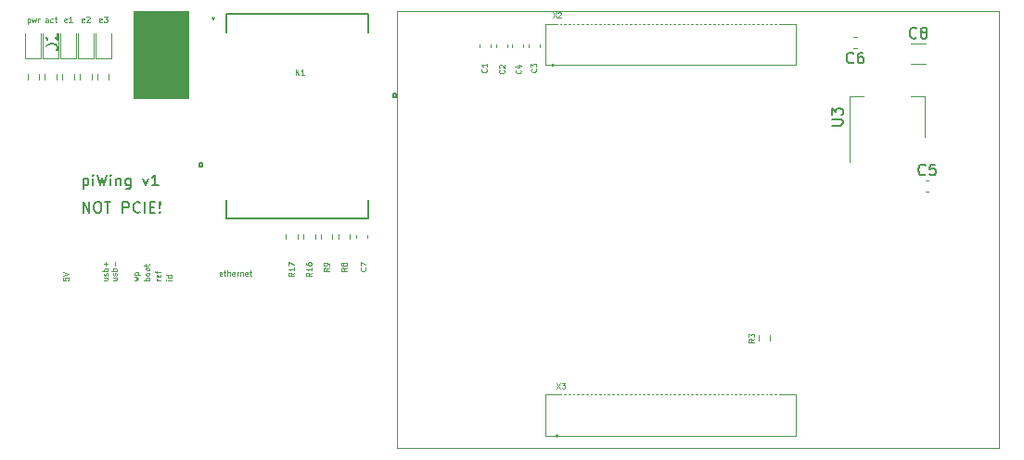
<source format=gto>
G04 #@! TF.GenerationSoftware,KiCad,Pcbnew,5.1.8*
G04 #@! TF.CreationDate,2021-01-05T10:04:31+01:00*
G04 #@! TF.ProjectId,pislice,7069736c-6963-4652-9e6b-696361645f70,rev?*
G04 #@! TF.SameCoordinates,Original*
G04 #@! TF.FileFunction,Legend,Top*
G04 #@! TF.FilePolarity,Positive*
%FSLAX46Y46*%
G04 Gerber Fmt 4.6, Leading zero omitted, Abs format (unit mm)*
G04 Created by KiCad (PCBNEW 5.1.8) date 2021-01-05 10:04:31*
%MOMM*%
%LPD*%
G01*
G04 APERTURE LIST*
%ADD10C,0.200000*%
%ADD11C,0.100000*%
%ADD12C,0.120000*%
%ADD13C,0.152400*%
%ADD14C,0.015000*%
%ADD15C,0.150000*%
%ADD16R,0.200000X0.700000*%
%ADD17R,1.500000X2.000000*%
%ADD18R,3.800000X2.000000*%
%ADD19C,3.000000*%
%ADD20R,0.700000X4.300000*%
%ADD21R,0.700000X3.200000*%
%ADD22C,6.100000*%
%ADD23R,1.981200X0.685800*%
G04 APERTURE END LIST*
D10*
X96368095Y-85285714D02*
X96368095Y-86285714D01*
X96368095Y-85333333D02*
X96463333Y-85285714D01*
X96653809Y-85285714D01*
X96749047Y-85333333D01*
X96796666Y-85380952D01*
X96844285Y-85476190D01*
X96844285Y-85761904D01*
X96796666Y-85857142D01*
X96749047Y-85904761D01*
X96653809Y-85952380D01*
X96463333Y-85952380D01*
X96368095Y-85904761D01*
X97272857Y-85952380D02*
X97272857Y-85285714D01*
X97272857Y-84952380D02*
X97225238Y-85000000D01*
X97272857Y-85047619D01*
X97320476Y-85000000D01*
X97272857Y-84952380D01*
X97272857Y-85047619D01*
X97653809Y-84952380D02*
X97891904Y-85952380D01*
X98082380Y-85238095D01*
X98272857Y-85952380D01*
X98510952Y-84952380D01*
X98891904Y-85952380D02*
X98891904Y-85285714D01*
X98891904Y-84952380D02*
X98844285Y-85000000D01*
X98891904Y-85047619D01*
X98939523Y-85000000D01*
X98891904Y-84952380D01*
X98891904Y-85047619D01*
X99368095Y-85285714D02*
X99368095Y-85952380D01*
X99368095Y-85380952D02*
X99415714Y-85333333D01*
X99510952Y-85285714D01*
X99653809Y-85285714D01*
X99749047Y-85333333D01*
X99796666Y-85428571D01*
X99796666Y-85952380D01*
X100701428Y-85285714D02*
X100701428Y-86095238D01*
X100653809Y-86190476D01*
X100606190Y-86238095D01*
X100510952Y-86285714D01*
X100368095Y-86285714D01*
X100272857Y-86238095D01*
X100701428Y-85904761D02*
X100606190Y-85952380D01*
X100415714Y-85952380D01*
X100320476Y-85904761D01*
X100272857Y-85857142D01*
X100225238Y-85761904D01*
X100225238Y-85476190D01*
X100272857Y-85380952D01*
X100320476Y-85333333D01*
X100415714Y-85285714D01*
X100606190Y-85285714D01*
X100701428Y-85333333D01*
X101844285Y-85285714D02*
X102082380Y-85952380D01*
X102320476Y-85285714D01*
X103225238Y-85952380D02*
X102653809Y-85952380D01*
X102939523Y-85952380D02*
X102939523Y-84952380D01*
X102844285Y-85095238D01*
X102749047Y-85190476D01*
X102653809Y-85238095D01*
D11*
X91276190Y-70667857D02*
X91276190Y-71167857D01*
X91276190Y-70691666D02*
X91323809Y-70667857D01*
X91419047Y-70667857D01*
X91466666Y-70691666D01*
X91490476Y-70715476D01*
X91514285Y-70763095D01*
X91514285Y-70905952D01*
X91490476Y-70953571D01*
X91466666Y-70977380D01*
X91419047Y-71001190D01*
X91323809Y-71001190D01*
X91276190Y-70977380D01*
X91680952Y-70667857D02*
X91776190Y-71001190D01*
X91871428Y-70763095D01*
X91966666Y-71001190D01*
X92061904Y-70667857D01*
X92252380Y-71001190D02*
X92252380Y-70667857D01*
X92252380Y-70763095D02*
X92276190Y-70715476D01*
X92300000Y-70691666D01*
X92347619Y-70667857D01*
X92395238Y-70667857D01*
X98057142Y-70977380D02*
X98009523Y-71001190D01*
X97914285Y-71001190D01*
X97866666Y-70977380D01*
X97842857Y-70929761D01*
X97842857Y-70739285D01*
X97866666Y-70691666D01*
X97914285Y-70667857D01*
X98009523Y-70667857D01*
X98057142Y-70691666D01*
X98080952Y-70739285D01*
X98080952Y-70786904D01*
X97842857Y-70834523D01*
X98247619Y-70501190D02*
X98557142Y-70501190D01*
X98390476Y-70691666D01*
X98461904Y-70691666D01*
X98509523Y-70715476D01*
X98533333Y-70739285D01*
X98557142Y-70786904D01*
X98557142Y-70905952D01*
X98533333Y-70953571D01*
X98509523Y-70977380D01*
X98461904Y-71001190D01*
X98319047Y-71001190D01*
X98271428Y-70977380D01*
X98247619Y-70953571D01*
X98292857Y-94401666D02*
X98626190Y-94401666D01*
X98292857Y-94615952D02*
X98554761Y-94615952D01*
X98602380Y-94592142D01*
X98626190Y-94544523D01*
X98626190Y-94473095D01*
X98602380Y-94425476D01*
X98578571Y-94401666D01*
X98602380Y-94187380D02*
X98626190Y-94139761D01*
X98626190Y-94044523D01*
X98602380Y-93996904D01*
X98554761Y-93973095D01*
X98530952Y-93973095D01*
X98483333Y-93996904D01*
X98459523Y-94044523D01*
X98459523Y-94115952D01*
X98435714Y-94163571D01*
X98388095Y-94187380D01*
X98364285Y-94187380D01*
X98316666Y-94163571D01*
X98292857Y-94115952D01*
X98292857Y-94044523D01*
X98316666Y-93996904D01*
X98626190Y-93758809D02*
X98126190Y-93758809D01*
X98316666Y-93758809D02*
X98292857Y-93711190D01*
X98292857Y-93615952D01*
X98316666Y-93568333D01*
X98340476Y-93544523D01*
X98388095Y-93520714D01*
X98530952Y-93520714D01*
X98578571Y-93544523D01*
X98602380Y-93568333D01*
X98626190Y-93615952D01*
X98626190Y-93711190D01*
X98602380Y-93758809D01*
X98435714Y-93306428D02*
X98435714Y-92925476D01*
X98626190Y-93115952D02*
X98245238Y-93115952D01*
X104426190Y-94615952D02*
X104092857Y-94615952D01*
X103926190Y-94615952D02*
X103950000Y-94639761D01*
X103973809Y-94615952D01*
X103950000Y-94592142D01*
X103926190Y-94615952D01*
X103973809Y-94615952D01*
X104426190Y-94163571D02*
X103926190Y-94163571D01*
X104402380Y-94163571D02*
X104426190Y-94211190D01*
X104426190Y-94306428D01*
X104402380Y-94354047D01*
X104378571Y-94377857D01*
X104330952Y-94401666D01*
X104188095Y-94401666D01*
X104140476Y-94377857D01*
X104116666Y-94354047D01*
X104092857Y-94306428D01*
X104092857Y-94211190D01*
X104116666Y-94163571D01*
X103426190Y-94615952D02*
X103092857Y-94615952D01*
X103188095Y-94615952D02*
X103140476Y-94592142D01*
X103116666Y-94568333D01*
X103092857Y-94520714D01*
X103092857Y-94473095D01*
X103402380Y-94115952D02*
X103426190Y-94163571D01*
X103426190Y-94258809D01*
X103402380Y-94306428D01*
X103354761Y-94330238D01*
X103164285Y-94330238D01*
X103116666Y-94306428D01*
X103092857Y-94258809D01*
X103092857Y-94163571D01*
X103116666Y-94115952D01*
X103164285Y-94092142D01*
X103211904Y-94092142D01*
X103259523Y-94330238D01*
X103092857Y-93949285D02*
X103092857Y-93758809D01*
X103426190Y-93877857D02*
X102997619Y-93877857D01*
X102950000Y-93854047D01*
X102926190Y-93806428D01*
X102926190Y-93758809D01*
X102426190Y-94615952D02*
X101926190Y-94615952D01*
X102116666Y-94615952D02*
X102092857Y-94568333D01*
X102092857Y-94473095D01*
X102116666Y-94425476D01*
X102140476Y-94401666D01*
X102188095Y-94377857D01*
X102330952Y-94377857D01*
X102378571Y-94401666D01*
X102402380Y-94425476D01*
X102426190Y-94473095D01*
X102426190Y-94568333D01*
X102402380Y-94615952D01*
X102426190Y-94092142D02*
X102402380Y-94139761D01*
X102378571Y-94163571D01*
X102330952Y-94187380D01*
X102188095Y-94187380D01*
X102140476Y-94163571D01*
X102116666Y-94139761D01*
X102092857Y-94092142D01*
X102092857Y-94020714D01*
X102116666Y-93973095D01*
X102140476Y-93949285D01*
X102188095Y-93925476D01*
X102330952Y-93925476D01*
X102378571Y-93949285D01*
X102402380Y-93973095D01*
X102426190Y-94020714D01*
X102426190Y-94092142D01*
X102426190Y-93639761D02*
X102402380Y-93687380D01*
X102378571Y-93711190D01*
X102330952Y-93735000D01*
X102188095Y-93735000D01*
X102140476Y-93711190D01*
X102116666Y-93687380D01*
X102092857Y-93639761D01*
X102092857Y-93568333D01*
X102116666Y-93520714D01*
X102140476Y-93496904D01*
X102188095Y-93473095D01*
X102330952Y-93473095D01*
X102378571Y-93496904D01*
X102402380Y-93520714D01*
X102426190Y-93568333D01*
X102426190Y-93639761D01*
X102092857Y-93330238D02*
X102092857Y-93139761D01*
X101926190Y-93258809D02*
X102354761Y-93258809D01*
X102402380Y-93235000D01*
X102426190Y-93187380D01*
X102426190Y-93139761D01*
X99092857Y-94401666D02*
X99426190Y-94401666D01*
X99092857Y-94615952D02*
X99354761Y-94615952D01*
X99402380Y-94592142D01*
X99426190Y-94544523D01*
X99426190Y-94473095D01*
X99402380Y-94425476D01*
X99378571Y-94401666D01*
X99402380Y-94187380D02*
X99426190Y-94139761D01*
X99426190Y-94044523D01*
X99402380Y-93996904D01*
X99354761Y-93973095D01*
X99330952Y-93973095D01*
X99283333Y-93996904D01*
X99259523Y-94044523D01*
X99259523Y-94115952D01*
X99235714Y-94163571D01*
X99188095Y-94187380D01*
X99164285Y-94187380D01*
X99116666Y-94163571D01*
X99092857Y-94115952D01*
X99092857Y-94044523D01*
X99116666Y-93996904D01*
X99426190Y-93758809D02*
X98926190Y-93758809D01*
X99116666Y-93758809D02*
X99092857Y-93711190D01*
X99092857Y-93615952D01*
X99116666Y-93568333D01*
X99140476Y-93544523D01*
X99188095Y-93520714D01*
X99330952Y-93520714D01*
X99378571Y-93544523D01*
X99402380Y-93568333D01*
X99426190Y-93615952D01*
X99426190Y-93711190D01*
X99402380Y-93758809D01*
X99235714Y-93306428D02*
X99235714Y-92925476D01*
X101092857Y-94663571D02*
X101426190Y-94568333D01*
X101188095Y-94473095D01*
X101426190Y-94377857D01*
X101092857Y-94282619D01*
X101092857Y-94092142D02*
X101592857Y-94092142D01*
X101116666Y-94092142D02*
X101092857Y-94044523D01*
X101092857Y-93949285D01*
X101116666Y-93901666D01*
X101140476Y-93877857D01*
X101188095Y-93854047D01*
X101330952Y-93854047D01*
X101378571Y-93877857D01*
X101402380Y-93901666D01*
X101426190Y-93949285D01*
X101426190Y-94044523D01*
X101402380Y-94092142D01*
X94526190Y-94377857D02*
X94526190Y-94615952D01*
X94764285Y-94639761D01*
X94740476Y-94615952D01*
X94716666Y-94568333D01*
X94716666Y-94449285D01*
X94740476Y-94401666D01*
X94764285Y-94377857D01*
X94811904Y-94354047D01*
X94930952Y-94354047D01*
X94978571Y-94377857D01*
X95002380Y-94401666D01*
X95026190Y-94449285D01*
X95026190Y-94568333D01*
X95002380Y-94615952D01*
X94978571Y-94639761D01*
X94526190Y-94211190D02*
X95026190Y-94044523D01*
X94526190Y-93877857D01*
X96457142Y-70977380D02*
X96409523Y-71001190D01*
X96314285Y-71001190D01*
X96266666Y-70977380D01*
X96242857Y-70929761D01*
X96242857Y-70739285D01*
X96266666Y-70691666D01*
X96314285Y-70667857D01*
X96409523Y-70667857D01*
X96457142Y-70691666D01*
X96480952Y-70739285D01*
X96480952Y-70786904D01*
X96242857Y-70834523D01*
X96671428Y-70548809D02*
X96695238Y-70525000D01*
X96742857Y-70501190D01*
X96861904Y-70501190D01*
X96909523Y-70525000D01*
X96933333Y-70548809D01*
X96957142Y-70596428D01*
X96957142Y-70644047D01*
X96933333Y-70715476D01*
X96647619Y-71001190D01*
X96957142Y-71001190D01*
X93150000Y-71026190D02*
X93150000Y-70764285D01*
X93126190Y-70716666D01*
X93078571Y-70692857D01*
X92983333Y-70692857D01*
X92935714Y-70716666D01*
X93150000Y-71002380D02*
X93102380Y-71026190D01*
X92983333Y-71026190D01*
X92935714Y-71002380D01*
X92911904Y-70954761D01*
X92911904Y-70907142D01*
X92935714Y-70859523D01*
X92983333Y-70835714D01*
X93102380Y-70835714D01*
X93150000Y-70811904D01*
X93602380Y-71002380D02*
X93554761Y-71026190D01*
X93459523Y-71026190D01*
X93411904Y-71002380D01*
X93388095Y-70978571D01*
X93364285Y-70930952D01*
X93364285Y-70788095D01*
X93388095Y-70740476D01*
X93411904Y-70716666D01*
X93459523Y-70692857D01*
X93554761Y-70692857D01*
X93602380Y-70716666D01*
X93745238Y-70692857D02*
X93935714Y-70692857D01*
X93816666Y-70526190D02*
X93816666Y-70954761D01*
X93840476Y-71002380D01*
X93888095Y-71026190D01*
X93935714Y-71026190D01*
X94857142Y-70977380D02*
X94809523Y-71001190D01*
X94714285Y-71001190D01*
X94666666Y-70977380D01*
X94642857Y-70929761D01*
X94642857Y-70739285D01*
X94666666Y-70691666D01*
X94714285Y-70667857D01*
X94809523Y-70667857D01*
X94857142Y-70691666D01*
X94880952Y-70739285D01*
X94880952Y-70786904D01*
X94642857Y-70834523D01*
X95357142Y-71001190D02*
X95071428Y-71001190D01*
X95214285Y-71001190D02*
X95214285Y-70501190D01*
X95166666Y-70572619D01*
X95119047Y-70620238D01*
X95071428Y-70644047D01*
G36*
X106000000Y-78000000D02*
G01*
X101000000Y-78000000D01*
X101000000Y-70000000D01*
X106000000Y-70000000D01*
X106000000Y-78000000D01*
G37*
X106000000Y-78000000D02*
X101000000Y-78000000D01*
X101000000Y-70000000D01*
X106000000Y-70000000D01*
X106000000Y-78000000D01*
X109023809Y-94202380D02*
X108976190Y-94226190D01*
X108880952Y-94226190D01*
X108833333Y-94202380D01*
X108809523Y-94154761D01*
X108809523Y-93964285D01*
X108833333Y-93916666D01*
X108880952Y-93892857D01*
X108976190Y-93892857D01*
X109023809Y-93916666D01*
X109047619Y-93964285D01*
X109047619Y-94011904D01*
X108809523Y-94059523D01*
X109190476Y-93892857D02*
X109380952Y-93892857D01*
X109261904Y-93726190D02*
X109261904Y-94154761D01*
X109285714Y-94202380D01*
X109333333Y-94226190D01*
X109380952Y-94226190D01*
X109547619Y-94226190D02*
X109547619Y-93726190D01*
X109761904Y-94226190D02*
X109761904Y-93964285D01*
X109738095Y-93916666D01*
X109690476Y-93892857D01*
X109619047Y-93892857D01*
X109571428Y-93916666D01*
X109547619Y-93940476D01*
X110190476Y-94202380D02*
X110142857Y-94226190D01*
X110047619Y-94226190D01*
X110000000Y-94202380D01*
X109976190Y-94154761D01*
X109976190Y-93964285D01*
X110000000Y-93916666D01*
X110047619Y-93892857D01*
X110142857Y-93892857D01*
X110190476Y-93916666D01*
X110214285Y-93964285D01*
X110214285Y-94011904D01*
X109976190Y-94059523D01*
X110428571Y-94226190D02*
X110428571Y-93892857D01*
X110428571Y-93988095D02*
X110452380Y-93940476D01*
X110476190Y-93916666D01*
X110523809Y-93892857D01*
X110571428Y-93892857D01*
X110738095Y-93892857D02*
X110738095Y-94226190D01*
X110738095Y-93940476D02*
X110761904Y-93916666D01*
X110809523Y-93892857D01*
X110880952Y-93892857D01*
X110928571Y-93916666D01*
X110952380Y-93964285D01*
X110952380Y-94226190D01*
X111380952Y-94202380D02*
X111333333Y-94226190D01*
X111238095Y-94226190D01*
X111190476Y-94202380D01*
X111166666Y-94154761D01*
X111166666Y-93964285D01*
X111190476Y-93916666D01*
X111238095Y-93892857D01*
X111333333Y-93892857D01*
X111380952Y-93916666D01*
X111404761Y-93964285D01*
X111404761Y-94011904D01*
X111166666Y-94059523D01*
X111547619Y-93892857D02*
X111738095Y-93892857D01*
X111619047Y-93726190D02*
X111619047Y-94154761D01*
X111642857Y-94202380D01*
X111690476Y-94226190D01*
X111738095Y-94226190D01*
D10*
X96368095Y-88452380D02*
X96368095Y-87452380D01*
X96939523Y-88452380D01*
X96939523Y-87452380D01*
X97606190Y-87452380D02*
X97796666Y-87452380D01*
X97891904Y-87500000D01*
X97987142Y-87595238D01*
X98034761Y-87785714D01*
X98034761Y-88119047D01*
X97987142Y-88309523D01*
X97891904Y-88404761D01*
X97796666Y-88452380D01*
X97606190Y-88452380D01*
X97510952Y-88404761D01*
X97415714Y-88309523D01*
X97368095Y-88119047D01*
X97368095Y-87785714D01*
X97415714Y-87595238D01*
X97510952Y-87500000D01*
X97606190Y-87452380D01*
X98320476Y-87452380D02*
X98891904Y-87452380D01*
X98606190Y-88452380D02*
X98606190Y-87452380D01*
X99987142Y-88452380D02*
X99987142Y-87452380D01*
X100368095Y-87452380D01*
X100463333Y-87500000D01*
X100510952Y-87547619D01*
X100558571Y-87642857D01*
X100558571Y-87785714D01*
X100510952Y-87880952D01*
X100463333Y-87928571D01*
X100368095Y-87976190D01*
X99987142Y-87976190D01*
X101558571Y-88357142D02*
X101510952Y-88404761D01*
X101368095Y-88452380D01*
X101272857Y-88452380D01*
X101130000Y-88404761D01*
X101034761Y-88309523D01*
X100987142Y-88214285D01*
X100939523Y-88023809D01*
X100939523Y-87880952D01*
X100987142Y-87690476D01*
X101034761Y-87595238D01*
X101130000Y-87500000D01*
X101272857Y-87452380D01*
X101368095Y-87452380D01*
X101510952Y-87500000D01*
X101558571Y-87547619D01*
X101987142Y-88452380D02*
X101987142Y-87452380D01*
X102463333Y-87928571D02*
X102796666Y-87928571D01*
X102939523Y-88452380D02*
X102463333Y-88452380D01*
X102463333Y-87452380D01*
X102939523Y-87452380D01*
X103368095Y-88357142D02*
X103415714Y-88404761D01*
X103368095Y-88452380D01*
X103320476Y-88404761D01*
X103368095Y-88357142D01*
X103368095Y-88452380D01*
X103368095Y-88071428D02*
X103320476Y-87500000D01*
X103368095Y-87452380D01*
X103415714Y-87500000D01*
X103368095Y-88071428D01*
X103368095Y-87452380D01*
G04 #@! TO.C,X3*
X139740000Y-108860000D02*
G75*
G03*
X139740000Y-108860000I-100000J0D01*
G01*
G04 #@! TO.C,X2*
X139340000Y-74940000D02*
G75*
G03*
X139340000Y-74940000I-100000J0D01*
G01*
D12*
G04 #@! TO.C,U3*
X166340000Y-83800000D02*
X166340000Y-77790000D01*
X173160000Y-81550000D02*
X173160000Y-77790000D01*
X166340000Y-77790000D02*
X167600000Y-77790000D01*
X173160000Y-77790000D02*
X171900000Y-77790000D01*
G04 #@! TO.C,R6*
X92322500Y-76262258D02*
X92322500Y-75787742D01*
X91277500Y-76262258D02*
X91277500Y-75787742D01*
G04 #@! TO.C,D3*
X92535000Y-74285000D02*
X92535000Y-72000000D01*
X91065000Y-74285000D02*
X92535000Y-74285000D01*
X91065000Y-72000000D02*
X91065000Y-74285000D01*
G04 #@! TO.C,R4*
X95522500Y-76237258D02*
X95522500Y-75762742D01*
X94477500Y-76237258D02*
X94477500Y-75762742D01*
G04 #@! TO.C,D2*
X95735000Y-74285000D02*
X95735000Y-72000000D01*
X94265000Y-74285000D02*
X95735000Y-74285000D01*
X94265000Y-72000000D02*
X94265000Y-74285000D01*
G04 #@! TO.C,C8*
X171888748Y-74810000D02*
X173311252Y-74810000D01*
X171888748Y-72990000D02*
X173311252Y-72990000D01*
G04 #@! TO.C,C6*
X166990580Y-72390000D02*
X166709420Y-72390000D01*
X166990580Y-73410000D02*
X166709420Y-73410000D01*
G04 #@! TO.C,C5*
X173259420Y-86510000D02*
X173540580Y-86510000D01*
X173259420Y-85490000D02*
X173540580Y-85490000D01*
G04 #@! TO.C,R17*
X114877500Y-90362742D02*
X114877500Y-90837258D01*
X115922500Y-90362742D02*
X115922500Y-90837258D01*
G04 #@! TO.C,R16*
X116477500Y-90362742D02*
X116477500Y-90837258D01*
X117522500Y-90362742D02*
X117522500Y-90837258D01*
G04 #@! TO.C,R9*
X118077500Y-90362742D02*
X118077500Y-90837258D01*
X119122500Y-90362742D02*
X119122500Y-90837258D01*
G04 #@! TO.C,R8*
X119677500Y-90362742D02*
X119677500Y-90837258D01*
X120722500Y-90362742D02*
X120722500Y-90837258D01*
G04 #@! TO.C,R3*
X158027500Y-99637742D02*
X158027500Y-100112258D01*
X159072500Y-99637742D02*
X159072500Y-100112258D01*
G04 #@! TO.C,C7*
X121290000Y-90459420D02*
X121290000Y-90740580D01*
X122310000Y-90459420D02*
X122310000Y-90740580D01*
G04 #@! TO.C,C4*
X135540000Y-73009420D02*
X135540000Y-73290580D01*
X136560000Y-73009420D02*
X136560000Y-73290580D01*
G04 #@! TO.C,C3*
X137040000Y-73009420D02*
X137040000Y-73290580D01*
X138060000Y-73009420D02*
X138060000Y-73290580D01*
G04 #@! TO.C,C2*
X134040000Y-73009420D02*
X134040000Y-73290580D01*
X135060000Y-73009420D02*
X135060000Y-73290580D01*
G04 #@! TO.C,C1*
X132540000Y-73009420D02*
X132540000Y-73290580D01*
X133560000Y-73009420D02*
X133560000Y-73290580D01*
G04 #@! TO.C,R11*
X97122500Y-76237258D02*
X97122500Y-75762742D01*
X96077500Y-76237258D02*
X96077500Y-75762742D01*
G04 #@! TO.C,R2*
X93922500Y-76237258D02*
X93922500Y-75762742D01*
X92877500Y-76237258D02*
X92877500Y-75762742D01*
G04 #@! TO.C,R1*
X98722500Y-76237258D02*
X98722500Y-75762742D01*
X97677500Y-76237258D02*
X97677500Y-75762742D01*
G04 #@! TO.C,D5*
X92665000Y-72000000D02*
X92665000Y-74285000D01*
X92665000Y-74285000D02*
X94135000Y-74285000D01*
X94135000Y-74285000D02*
X94135000Y-72000000D01*
G04 #@! TO.C,D4*
X97465000Y-72000000D02*
X97465000Y-74285000D01*
X97465000Y-74285000D02*
X98935000Y-74285000D01*
X98935000Y-74285000D02*
X98935000Y-72000000D01*
G04 #@! TO.C,U2*
X161390000Y-108850000D02*
X138590000Y-108850000D01*
X138590000Y-108850000D02*
X138590000Y-105070000D01*
X161390000Y-105070000D02*
X138590000Y-105070000D01*
X161390000Y-108850000D02*
X161390000Y-105070000D01*
X180000000Y-70000000D02*
X125000000Y-70000000D01*
X125000000Y-110000000D02*
X125000000Y-70000000D01*
X180000000Y-110000000D02*
X125000000Y-110000000D01*
X180000000Y-110000000D02*
X180000000Y-70000000D01*
X161390000Y-74930000D02*
X161390000Y-71150000D01*
X161390000Y-71150000D02*
X138590000Y-71150000D01*
X138590000Y-74930000D02*
X138590000Y-71150000D01*
X161390000Y-74930000D02*
X138590000Y-74930000D01*
D13*
G04 #@! TO.C,K1*
X109473000Y-88934500D02*
X122427000Y-88934500D01*
X122427000Y-88934500D02*
X122427000Y-87259669D01*
X122427000Y-70265500D02*
X109473000Y-70265500D01*
X109473000Y-70265500D02*
X109473000Y-71940331D01*
X109473000Y-87259669D02*
X109473000Y-88934500D01*
X122427000Y-71940331D02*
X122427000Y-70265500D01*
X106958400Y-83854500D02*
X106958400Y-84235500D01*
X106958400Y-84235500D02*
X107212400Y-84235500D01*
X107212400Y-84235500D02*
X107212400Y-83854500D01*
X107212400Y-83854500D02*
X106958400Y-83854500D01*
X124941600Y-77504500D02*
X124941600Y-77885500D01*
X124941600Y-77885500D02*
X124687600Y-77885500D01*
X124687600Y-77885500D02*
X124687600Y-77504500D01*
X124687600Y-77504500D02*
X124941600Y-77504500D01*
D12*
G04 #@! TO.C,D1*
X97335000Y-74285000D02*
X97335000Y-72000000D01*
X95865000Y-74285000D02*
X97335000Y-74285000D01*
X95865000Y-72000000D02*
X95865000Y-74285000D01*
G04 #@! TO.C,X3*
D14*
X139615501Y-104032506D02*
X139936085Y-104513382D01*
X139936085Y-104032506D02*
X139615501Y-104513382D01*
X140073478Y-104032506D02*
X140371163Y-104032506D01*
X140210871Y-104215697D01*
X140279568Y-104215697D01*
X140325366Y-104238595D01*
X140348264Y-104261494D01*
X140371163Y-104307292D01*
X140371163Y-104421786D01*
X140348264Y-104467584D01*
X140325366Y-104490483D01*
X140279568Y-104513382D01*
X140142175Y-104513382D01*
X140096377Y-104490483D01*
X140073478Y-104467584D01*
G04 #@! TO.C,X2*
X139215501Y-70112506D02*
X139536085Y-70593382D01*
X139536085Y-70112506D02*
X139215501Y-70593382D01*
X139696377Y-70158303D02*
X139719276Y-70135405D01*
X139765074Y-70112506D01*
X139879568Y-70112506D01*
X139925366Y-70135405D01*
X139948264Y-70158303D01*
X139971163Y-70204101D01*
X139971163Y-70249899D01*
X139948264Y-70318595D01*
X139673478Y-70593382D01*
X139971163Y-70593382D01*
G04 #@! TO.C,U3*
D15*
X164702380Y-80461904D02*
X165511904Y-80461904D01*
X165607142Y-80414285D01*
X165654761Y-80366666D01*
X165702380Y-80271428D01*
X165702380Y-80080952D01*
X165654761Y-79985714D01*
X165607142Y-79938095D01*
X165511904Y-79890476D01*
X164702380Y-79890476D01*
X164702380Y-79509523D02*
X164702380Y-78890476D01*
X165083333Y-79223809D01*
X165083333Y-79080952D01*
X165130952Y-78985714D01*
X165178571Y-78938095D01*
X165273809Y-78890476D01*
X165511904Y-78890476D01*
X165607142Y-78938095D01*
X165654761Y-78985714D01*
X165702380Y-79080952D01*
X165702380Y-79366666D01*
X165654761Y-79461904D01*
X165607142Y-79509523D01*
G04 #@! TO.C,D2*
X94022380Y-73538095D02*
X93022380Y-73538095D01*
X93022380Y-73300000D01*
X93070000Y-73157142D01*
X93165238Y-73061904D01*
X93260476Y-73014285D01*
X93450952Y-72966666D01*
X93593809Y-72966666D01*
X93784285Y-73014285D01*
X93879523Y-73061904D01*
X93974761Y-73157142D01*
X94022380Y-73300000D01*
X94022380Y-73538095D01*
X93117619Y-72585714D02*
X93070000Y-72538095D01*
X93022380Y-72442857D01*
X93022380Y-72204761D01*
X93070000Y-72109523D01*
X93117619Y-72061904D01*
X93212857Y-72014285D01*
X93308095Y-72014285D01*
X93450952Y-72061904D01*
X94022380Y-72633333D01*
X94022380Y-72014285D01*
G04 #@! TO.C,C8*
X172433333Y-72407142D02*
X172385714Y-72454761D01*
X172242857Y-72502380D01*
X172147619Y-72502380D01*
X172004761Y-72454761D01*
X171909523Y-72359523D01*
X171861904Y-72264285D01*
X171814285Y-72073809D01*
X171814285Y-71930952D01*
X171861904Y-71740476D01*
X171909523Y-71645238D01*
X172004761Y-71550000D01*
X172147619Y-71502380D01*
X172242857Y-71502380D01*
X172385714Y-71550000D01*
X172433333Y-71597619D01*
X173004761Y-71930952D02*
X172909523Y-71883333D01*
X172861904Y-71835714D01*
X172814285Y-71740476D01*
X172814285Y-71692857D01*
X172861904Y-71597619D01*
X172909523Y-71550000D01*
X173004761Y-71502380D01*
X173195238Y-71502380D01*
X173290476Y-71550000D01*
X173338095Y-71597619D01*
X173385714Y-71692857D01*
X173385714Y-71740476D01*
X173338095Y-71835714D01*
X173290476Y-71883333D01*
X173195238Y-71930952D01*
X173004761Y-71930952D01*
X172909523Y-71978571D01*
X172861904Y-72026190D01*
X172814285Y-72121428D01*
X172814285Y-72311904D01*
X172861904Y-72407142D01*
X172909523Y-72454761D01*
X173004761Y-72502380D01*
X173195238Y-72502380D01*
X173290476Y-72454761D01*
X173338095Y-72407142D01*
X173385714Y-72311904D01*
X173385714Y-72121428D01*
X173338095Y-72026190D01*
X173290476Y-71978571D01*
X173195238Y-71930952D01*
G04 #@! TO.C,C6*
X166683333Y-74687142D02*
X166635714Y-74734761D01*
X166492857Y-74782380D01*
X166397619Y-74782380D01*
X166254761Y-74734761D01*
X166159523Y-74639523D01*
X166111904Y-74544285D01*
X166064285Y-74353809D01*
X166064285Y-74210952D01*
X166111904Y-74020476D01*
X166159523Y-73925238D01*
X166254761Y-73830000D01*
X166397619Y-73782380D01*
X166492857Y-73782380D01*
X166635714Y-73830000D01*
X166683333Y-73877619D01*
X167540476Y-73782380D02*
X167350000Y-73782380D01*
X167254761Y-73830000D01*
X167207142Y-73877619D01*
X167111904Y-74020476D01*
X167064285Y-74210952D01*
X167064285Y-74591904D01*
X167111904Y-74687142D01*
X167159523Y-74734761D01*
X167254761Y-74782380D01*
X167445238Y-74782380D01*
X167540476Y-74734761D01*
X167588095Y-74687142D01*
X167635714Y-74591904D01*
X167635714Y-74353809D01*
X167588095Y-74258571D01*
X167540476Y-74210952D01*
X167445238Y-74163333D01*
X167254761Y-74163333D01*
X167159523Y-74210952D01*
X167111904Y-74258571D01*
X167064285Y-74353809D01*
G04 #@! TO.C,C5*
X173233333Y-84927142D02*
X173185714Y-84974761D01*
X173042857Y-85022380D01*
X172947619Y-85022380D01*
X172804761Y-84974761D01*
X172709523Y-84879523D01*
X172661904Y-84784285D01*
X172614285Y-84593809D01*
X172614285Y-84450952D01*
X172661904Y-84260476D01*
X172709523Y-84165238D01*
X172804761Y-84070000D01*
X172947619Y-84022380D01*
X173042857Y-84022380D01*
X173185714Y-84070000D01*
X173233333Y-84117619D01*
X174138095Y-84022380D02*
X173661904Y-84022380D01*
X173614285Y-84498571D01*
X173661904Y-84450952D01*
X173757142Y-84403333D01*
X173995238Y-84403333D01*
X174090476Y-84450952D01*
X174138095Y-84498571D01*
X174185714Y-84593809D01*
X174185714Y-84831904D01*
X174138095Y-84927142D01*
X174090476Y-84974761D01*
X173995238Y-85022380D01*
X173757142Y-85022380D01*
X173661904Y-84974761D01*
X173614285Y-84927142D01*
G04 #@! TO.C,R17*
D11*
X115626190Y-93921428D02*
X115388095Y-94088095D01*
X115626190Y-94207142D02*
X115126190Y-94207142D01*
X115126190Y-94016666D01*
X115150000Y-93969047D01*
X115173809Y-93945238D01*
X115221428Y-93921428D01*
X115292857Y-93921428D01*
X115340476Y-93945238D01*
X115364285Y-93969047D01*
X115388095Y-94016666D01*
X115388095Y-94207142D01*
X115626190Y-93445238D02*
X115626190Y-93730952D01*
X115626190Y-93588095D02*
X115126190Y-93588095D01*
X115197619Y-93635714D01*
X115245238Y-93683333D01*
X115269047Y-93730952D01*
X115126190Y-93278571D02*
X115126190Y-92945238D01*
X115626190Y-93159523D01*
G04 #@! TO.C,R16*
X117226190Y-93921428D02*
X116988095Y-94088095D01*
X117226190Y-94207142D02*
X116726190Y-94207142D01*
X116726190Y-94016666D01*
X116750000Y-93969047D01*
X116773809Y-93945238D01*
X116821428Y-93921428D01*
X116892857Y-93921428D01*
X116940476Y-93945238D01*
X116964285Y-93969047D01*
X116988095Y-94016666D01*
X116988095Y-94207142D01*
X117226190Y-93445238D02*
X117226190Y-93730952D01*
X117226190Y-93588095D02*
X116726190Y-93588095D01*
X116797619Y-93635714D01*
X116845238Y-93683333D01*
X116869047Y-93730952D01*
X116726190Y-93016666D02*
X116726190Y-93111904D01*
X116750000Y-93159523D01*
X116773809Y-93183333D01*
X116845238Y-93230952D01*
X116940476Y-93254761D01*
X117130952Y-93254761D01*
X117178571Y-93230952D01*
X117202380Y-93207142D01*
X117226190Y-93159523D01*
X117226190Y-93064285D01*
X117202380Y-93016666D01*
X117178571Y-92992857D01*
X117130952Y-92969047D01*
X117011904Y-92969047D01*
X116964285Y-92992857D01*
X116940476Y-93016666D01*
X116916666Y-93064285D01*
X116916666Y-93159523D01*
X116940476Y-93207142D01*
X116964285Y-93230952D01*
X117011904Y-93254761D01*
G04 #@! TO.C,R9*
X118826190Y-93483333D02*
X118588095Y-93650000D01*
X118826190Y-93769047D02*
X118326190Y-93769047D01*
X118326190Y-93578571D01*
X118350000Y-93530952D01*
X118373809Y-93507142D01*
X118421428Y-93483333D01*
X118492857Y-93483333D01*
X118540476Y-93507142D01*
X118564285Y-93530952D01*
X118588095Y-93578571D01*
X118588095Y-93769047D01*
X118826190Y-93245238D02*
X118826190Y-93150000D01*
X118802380Y-93102380D01*
X118778571Y-93078571D01*
X118707142Y-93030952D01*
X118611904Y-93007142D01*
X118421428Y-93007142D01*
X118373809Y-93030952D01*
X118350000Y-93054761D01*
X118326190Y-93102380D01*
X118326190Y-93197619D01*
X118350000Y-93245238D01*
X118373809Y-93269047D01*
X118421428Y-93292857D01*
X118540476Y-93292857D01*
X118588095Y-93269047D01*
X118611904Y-93245238D01*
X118635714Y-93197619D01*
X118635714Y-93102380D01*
X118611904Y-93054761D01*
X118588095Y-93030952D01*
X118540476Y-93007142D01*
G04 #@! TO.C,R8*
X120426190Y-93483333D02*
X120188095Y-93650000D01*
X120426190Y-93769047D02*
X119926190Y-93769047D01*
X119926190Y-93578571D01*
X119950000Y-93530952D01*
X119973809Y-93507142D01*
X120021428Y-93483333D01*
X120092857Y-93483333D01*
X120140476Y-93507142D01*
X120164285Y-93530952D01*
X120188095Y-93578571D01*
X120188095Y-93769047D01*
X120140476Y-93197619D02*
X120116666Y-93245238D01*
X120092857Y-93269047D01*
X120045238Y-93292857D01*
X120021428Y-93292857D01*
X119973809Y-93269047D01*
X119950000Y-93245238D01*
X119926190Y-93197619D01*
X119926190Y-93102380D01*
X119950000Y-93054761D01*
X119973809Y-93030952D01*
X120021428Y-93007142D01*
X120045238Y-93007142D01*
X120092857Y-93030952D01*
X120116666Y-93054761D01*
X120140476Y-93102380D01*
X120140476Y-93197619D01*
X120164285Y-93245238D01*
X120188095Y-93269047D01*
X120235714Y-93292857D01*
X120330952Y-93292857D01*
X120378571Y-93269047D01*
X120402380Y-93245238D01*
X120426190Y-93197619D01*
X120426190Y-93102380D01*
X120402380Y-93054761D01*
X120378571Y-93030952D01*
X120330952Y-93007142D01*
X120235714Y-93007142D01*
X120188095Y-93030952D01*
X120164285Y-93054761D01*
X120140476Y-93102380D01*
G04 #@! TO.C,R3*
X157626190Y-99983333D02*
X157388095Y-100150000D01*
X157626190Y-100269047D02*
X157126190Y-100269047D01*
X157126190Y-100078571D01*
X157150000Y-100030952D01*
X157173809Y-100007142D01*
X157221428Y-99983333D01*
X157292857Y-99983333D01*
X157340476Y-100007142D01*
X157364285Y-100030952D01*
X157388095Y-100078571D01*
X157388095Y-100269047D01*
X157126190Y-99816666D02*
X157126190Y-99507142D01*
X157316666Y-99673809D01*
X157316666Y-99602380D01*
X157340476Y-99554761D01*
X157364285Y-99530952D01*
X157411904Y-99507142D01*
X157530952Y-99507142D01*
X157578571Y-99530952D01*
X157602380Y-99554761D01*
X157626190Y-99602380D01*
X157626190Y-99745238D01*
X157602380Y-99792857D01*
X157578571Y-99816666D01*
G04 #@! TO.C,C7*
X122128571Y-93483333D02*
X122152380Y-93507142D01*
X122176190Y-93578571D01*
X122176190Y-93626190D01*
X122152380Y-93697619D01*
X122104761Y-93745238D01*
X122057142Y-93769047D01*
X121961904Y-93792857D01*
X121890476Y-93792857D01*
X121795238Y-93769047D01*
X121747619Y-93745238D01*
X121700000Y-93697619D01*
X121676190Y-93626190D01*
X121676190Y-93578571D01*
X121700000Y-93507142D01*
X121723809Y-93483333D01*
X121676190Y-93316666D02*
X121676190Y-92983333D01*
X122176190Y-93197619D01*
G04 #@! TO.C,C4*
X136278571Y-75383333D02*
X136302380Y-75407142D01*
X136326190Y-75478571D01*
X136326190Y-75526190D01*
X136302380Y-75597619D01*
X136254761Y-75645238D01*
X136207142Y-75669047D01*
X136111904Y-75692857D01*
X136040476Y-75692857D01*
X135945238Y-75669047D01*
X135897619Y-75645238D01*
X135850000Y-75597619D01*
X135826190Y-75526190D01*
X135826190Y-75478571D01*
X135850000Y-75407142D01*
X135873809Y-75383333D01*
X135992857Y-74954761D02*
X136326190Y-74954761D01*
X135802380Y-75073809D02*
X136159523Y-75192857D01*
X136159523Y-74883333D01*
G04 #@! TO.C,C3*
X137678571Y-75283333D02*
X137702380Y-75307142D01*
X137726190Y-75378571D01*
X137726190Y-75426190D01*
X137702380Y-75497619D01*
X137654761Y-75545238D01*
X137607142Y-75569047D01*
X137511904Y-75592857D01*
X137440476Y-75592857D01*
X137345238Y-75569047D01*
X137297619Y-75545238D01*
X137250000Y-75497619D01*
X137226190Y-75426190D01*
X137226190Y-75378571D01*
X137250000Y-75307142D01*
X137273809Y-75283333D01*
X137226190Y-75116666D02*
X137226190Y-74807142D01*
X137416666Y-74973809D01*
X137416666Y-74902380D01*
X137440476Y-74854761D01*
X137464285Y-74830952D01*
X137511904Y-74807142D01*
X137630952Y-74807142D01*
X137678571Y-74830952D01*
X137702380Y-74854761D01*
X137726190Y-74902380D01*
X137726190Y-75045238D01*
X137702380Y-75092857D01*
X137678571Y-75116666D01*
G04 #@! TO.C,C2*
X134778571Y-75383333D02*
X134802380Y-75407142D01*
X134826190Y-75478571D01*
X134826190Y-75526190D01*
X134802380Y-75597619D01*
X134754761Y-75645238D01*
X134707142Y-75669047D01*
X134611904Y-75692857D01*
X134540476Y-75692857D01*
X134445238Y-75669047D01*
X134397619Y-75645238D01*
X134350000Y-75597619D01*
X134326190Y-75526190D01*
X134326190Y-75478571D01*
X134350000Y-75407142D01*
X134373809Y-75383333D01*
X134373809Y-75192857D02*
X134350000Y-75169047D01*
X134326190Y-75121428D01*
X134326190Y-75002380D01*
X134350000Y-74954761D01*
X134373809Y-74930952D01*
X134421428Y-74907142D01*
X134469047Y-74907142D01*
X134540476Y-74930952D01*
X134826190Y-75216666D01*
X134826190Y-74907142D01*
G04 #@! TO.C,C1*
X133178571Y-75283333D02*
X133202380Y-75307142D01*
X133226190Y-75378571D01*
X133226190Y-75426190D01*
X133202380Y-75497619D01*
X133154761Y-75545238D01*
X133107142Y-75569047D01*
X133011904Y-75592857D01*
X132940476Y-75592857D01*
X132845238Y-75569047D01*
X132797619Y-75545238D01*
X132750000Y-75497619D01*
X132726190Y-75426190D01*
X132726190Y-75378571D01*
X132750000Y-75307142D01*
X132773809Y-75283333D01*
X133226190Y-74807142D02*
X133226190Y-75092857D01*
X133226190Y-74950000D02*
X132726190Y-74950000D01*
X132797619Y-74997619D01*
X132845238Y-75045238D01*
X132869047Y-75092857D01*
G04 #@! TO.C,K1*
X115780952Y-75826190D02*
X115780952Y-75326190D01*
X116066666Y-75826190D02*
X115852380Y-75540476D01*
X116066666Y-75326190D02*
X115780952Y-75611904D01*
X116542857Y-75826190D02*
X116257142Y-75826190D01*
X116400000Y-75826190D02*
X116400000Y-75326190D01*
X116352380Y-75397619D01*
X116304761Y-75445238D01*
X116257142Y-75469047D01*
X108203000Y-70512390D02*
X108203000Y-70631438D01*
X108083952Y-70583819D02*
X108203000Y-70631438D01*
X108322047Y-70583819D01*
X108131571Y-70726676D02*
X108203000Y-70631438D01*
X108274428Y-70726676D01*
X108203000Y-70512390D02*
X108203000Y-70631438D01*
X108083952Y-70583819D02*
X108203000Y-70631438D01*
X108322047Y-70583819D01*
X108131571Y-70726676D02*
X108203000Y-70631438D01*
X108274428Y-70726676D01*
G04 #@! TD*
%LPC*%
D16*
G04 #@! TO.C,X3*
X140190000Y-108500000D03*
X140190000Y-105420000D03*
X140590000Y-108500000D03*
X140590000Y-105420000D03*
X140990000Y-108500000D03*
X140990000Y-105420000D03*
X141390000Y-108500000D03*
X141390000Y-105420000D03*
X141790000Y-108500000D03*
X141790000Y-105420000D03*
X142190000Y-108500000D03*
X142190000Y-105420000D03*
X142590000Y-108500000D03*
X142590000Y-105420000D03*
X142990000Y-108500000D03*
X142990000Y-105420000D03*
X143390000Y-108500000D03*
X143390000Y-105420000D03*
X143790000Y-108500000D03*
X143790000Y-105420000D03*
X144190000Y-108500000D03*
X144190000Y-105420000D03*
X144590000Y-108500000D03*
X144590000Y-105420000D03*
X144990000Y-108500000D03*
X144990000Y-105420000D03*
X145390000Y-108500000D03*
X145390000Y-105420000D03*
X145790000Y-108500000D03*
X145790000Y-105420000D03*
X146190000Y-108500000D03*
X146190000Y-105420000D03*
X146590000Y-108500000D03*
X146590000Y-105420000D03*
X146990000Y-108500000D03*
X146990000Y-105420000D03*
X147390000Y-108500000D03*
X147390000Y-105420000D03*
X147790000Y-108500000D03*
X147790000Y-105420000D03*
X148190000Y-108500000D03*
X148190000Y-105420000D03*
X148590000Y-108500000D03*
X148590000Y-105420000D03*
X148990000Y-108500000D03*
X148990000Y-105420000D03*
X149390000Y-108500000D03*
X149390000Y-105420000D03*
X149790000Y-108500000D03*
X149790000Y-105420000D03*
X150190000Y-108500000D03*
X150190000Y-105420000D03*
X150590000Y-108500000D03*
X150590000Y-105420000D03*
X150990000Y-108500000D03*
X150990000Y-105420000D03*
X151390000Y-108500000D03*
X151390000Y-105420000D03*
X151790000Y-108500000D03*
X151790000Y-105420000D03*
X152190000Y-108500000D03*
X152190000Y-105420000D03*
X152590000Y-108500000D03*
X152590000Y-105420000D03*
X152990000Y-108500000D03*
X152990000Y-105420000D03*
X153390000Y-108500000D03*
X153390000Y-105420000D03*
X153790000Y-108500000D03*
X153790000Y-105420000D03*
X154190000Y-108500000D03*
X154190000Y-105420000D03*
X154590000Y-108500000D03*
X154590000Y-105420000D03*
X154990000Y-108500000D03*
X154990000Y-105420000D03*
X155390000Y-108500000D03*
X155390000Y-105420000D03*
X155790000Y-108500000D03*
X155790000Y-105420000D03*
X156190000Y-108500000D03*
X156190000Y-105420000D03*
X156590000Y-108500000D03*
X156590000Y-105420000D03*
X156990000Y-108500000D03*
X156990000Y-105420000D03*
X157390000Y-108500000D03*
X157390000Y-105420000D03*
X157790000Y-108500000D03*
X157790000Y-105420000D03*
X158190000Y-108500000D03*
X158190000Y-105420000D03*
X158590000Y-108500000D03*
X158590000Y-105420000D03*
X158990000Y-108500000D03*
X158990000Y-105420000D03*
X159390000Y-108500000D03*
X159390000Y-105420000D03*
X159790000Y-108500000D03*
X159790000Y-105420000D03*
G04 #@! TD*
G04 #@! TO.C,X2*
X139790000Y-74580000D03*
X139790000Y-71500000D03*
X140190000Y-74580000D03*
X140190000Y-71500000D03*
X140590000Y-74580000D03*
X140590000Y-71500000D03*
X140990000Y-74580000D03*
X140990000Y-71500000D03*
X141390000Y-74580000D03*
X141390000Y-71500000D03*
X141790000Y-74580000D03*
X141790000Y-71500000D03*
X142190000Y-74580000D03*
X142190000Y-71500000D03*
X142590000Y-74580000D03*
X142590000Y-71500000D03*
X142990000Y-74580000D03*
X142990000Y-71500000D03*
X143390000Y-74580000D03*
X143390000Y-71500000D03*
X143790000Y-74580000D03*
X143790000Y-71500000D03*
X144190000Y-74580000D03*
X144190000Y-71500000D03*
X144590000Y-74580000D03*
X144590000Y-71500000D03*
X144990000Y-74580000D03*
X144990000Y-71500000D03*
X145390000Y-74580000D03*
X145390000Y-71500000D03*
X145790000Y-74580000D03*
X145790000Y-71500000D03*
X146190000Y-74580000D03*
X146190000Y-71500000D03*
X146590000Y-74580000D03*
X146590000Y-71500000D03*
X146990000Y-74580000D03*
X146990000Y-71500000D03*
X147390000Y-74580000D03*
X147390000Y-71500000D03*
X147790000Y-74580000D03*
X147790000Y-71500000D03*
X148190000Y-74580000D03*
X148190000Y-71500000D03*
X148590000Y-74580000D03*
X148590000Y-71500000D03*
X148990000Y-74580000D03*
X148990000Y-71500000D03*
X149390000Y-74580000D03*
X149390000Y-71500000D03*
X149790000Y-74580000D03*
X149790000Y-71500000D03*
X150190000Y-74580000D03*
X150190000Y-71500000D03*
X150590000Y-74580000D03*
X150590000Y-71500000D03*
X150990000Y-74580000D03*
X150990000Y-71500000D03*
X151390000Y-74580000D03*
X151390000Y-71500000D03*
X151790000Y-74580000D03*
X151790000Y-71500000D03*
X152190000Y-74580000D03*
X152190000Y-71500000D03*
X152590000Y-74580000D03*
X152590000Y-71500000D03*
X152990000Y-74580000D03*
X152990000Y-71500000D03*
X153390000Y-74580000D03*
X153390000Y-71500000D03*
X153790000Y-74580000D03*
X153790000Y-71500000D03*
X154190000Y-74580000D03*
X154190000Y-71500000D03*
X154590000Y-74580000D03*
X154590000Y-71500000D03*
X154990000Y-74580000D03*
X154990000Y-71500000D03*
X155390000Y-74580000D03*
X155390000Y-71500000D03*
X155790000Y-74580000D03*
X155790000Y-71500000D03*
X156190000Y-74580000D03*
X156190000Y-71500000D03*
X156590000Y-74580000D03*
X156590000Y-71500000D03*
X156990000Y-74580000D03*
X156990000Y-71500000D03*
X157390000Y-74580000D03*
X157390000Y-71500000D03*
X157790000Y-74580000D03*
X157790000Y-71500000D03*
X158190000Y-74580000D03*
X158190000Y-71500000D03*
X158590000Y-74580000D03*
X158590000Y-71500000D03*
X158990000Y-74580000D03*
X158990000Y-71500000D03*
X159390000Y-74580000D03*
X159390000Y-71500000D03*
G04 #@! TD*
D17*
G04 #@! TO.C,U3*
X167450000Y-82850000D03*
X172050000Y-82850000D03*
X169750000Y-82850000D03*
D18*
X169750000Y-76550000D03*
G04 #@! TD*
D19*
G04 #@! TO.C,U1*
X93750000Y-81400000D03*
G04 #@! TD*
G04 #@! TO.C,R6*
G36*
G01*
X92075000Y-75600000D02*
X91525000Y-75600000D01*
G75*
G02*
X91325000Y-75400000I0J200000D01*
G01*
X91325000Y-75000000D01*
G75*
G02*
X91525000Y-74800000I200000J0D01*
G01*
X92075000Y-74800000D01*
G75*
G02*
X92275000Y-75000000I0J-200000D01*
G01*
X92275000Y-75400000D01*
G75*
G02*
X92075000Y-75600000I-200000J0D01*
G01*
G37*
G36*
G01*
X92075000Y-77250000D02*
X91525000Y-77250000D01*
G75*
G02*
X91325000Y-77050000I0J200000D01*
G01*
X91325000Y-76650000D01*
G75*
G02*
X91525000Y-76450000I200000J0D01*
G01*
X92075000Y-76450000D01*
G75*
G02*
X92275000Y-76650000I0J-200000D01*
G01*
X92275000Y-77050000D01*
G75*
G02*
X92075000Y-77250000I-200000J0D01*
G01*
G37*
G04 #@! TD*
G04 #@! TO.C,D3*
G36*
G01*
X92056250Y-72450000D02*
X91543750Y-72450000D01*
G75*
G02*
X91325000Y-72231250I0J218750D01*
G01*
X91325000Y-71793750D01*
G75*
G02*
X91543750Y-71575000I218750J0D01*
G01*
X92056250Y-71575000D01*
G75*
G02*
X92275000Y-71793750I0J-218750D01*
G01*
X92275000Y-72231250D01*
G75*
G02*
X92056250Y-72450000I-218750J0D01*
G01*
G37*
G36*
G01*
X92056250Y-74025000D02*
X91543750Y-74025000D01*
G75*
G02*
X91325000Y-73806250I0J218750D01*
G01*
X91325000Y-73368750D01*
G75*
G02*
X91543750Y-73150000I218750J0D01*
G01*
X92056250Y-73150000D01*
G75*
G02*
X92275000Y-73368750I0J-218750D01*
G01*
X92275000Y-73806250D01*
G75*
G02*
X92056250Y-74025000I-218750J0D01*
G01*
G37*
G04 #@! TD*
D20*
G04 #@! TO.C,U14*
X108240000Y-97350000D03*
X107240000Y-97350000D03*
X113240000Y-97350000D03*
D21*
X112240000Y-96800000D03*
D20*
X111240000Y-97350000D03*
X110240000Y-97350000D03*
X109240000Y-97350000D03*
X104240000Y-97350000D03*
X103240000Y-97350000D03*
X102240000Y-97350000D03*
X101240000Y-97350000D03*
X100240000Y-97350000D03*
X99240000Y-97350000D03*
X98240000Y-97350000D03*
X97240000Y-97350000D03*
X96240000Y-97350000D03*
X95240000Y-97350000D03*
X94240000Y-97350000D03*
G04 #@! TD*
G04 #@! TO.C,R4*
G36*
G01*
X95275000Y-75575000D02*
X94725000Y-75575000D01*
G75*
G02*
X94525000Y-75375000I0J200000D01*
G01*
X94525000Y-74975000D01*
G75*
G02*
X94725000Y-74775000I200000J0D01*
G01*
X95275000Y-74775000D01*
G75*
G02*
X95475000Y-74975000I0J-200000D01*
G01*
X95475000Y-75375000D01*
G75*
G02*
X95275000Y-75575000I-200000J0D01*
G01*
G37*
G36*
G01*
X95275000Y-77225000D02*
X94725000Y-77225000D01*
G75*
G02*
X94525000Y-77025000I0J200000D01*
G01*
X94525000Y-76625000D01*
G75*
G02*
X94725000Y-76425000I200000J0D01*
G01*
X95275000Y-76425000D01*
G75*
G02*
X95475000Y-76625000I0J-200000D01*
G01*
X95475000Y-77025000D01*
G75*
G02*
X95275000Y-77225000I-200000J0D01*
G01*
G37*
G04 #@! TD*
G04 #@! TO.C,D2*
G36*
G01*
X95256250Y-72450000D02*
X94743750Y-72450000D01*
G75*
G02*
X94525000Y-72231250I0J218750D01*
G01*
X94525000Y-71793750D01*
G75*
G02*
X94743750Y-71575000I218750J0D01*
G01*
X95256250Y-71575000D01*
G75*
G02*
X95475000Y-71793750I0J-218750D01*
G01*
X95475000Y-72231250D01*
G75*
G02*
X95256250Y-72450000I-218750J0D01*
G01*
G37*
G36*
G01*
X95256250Y-74025000D02*
X94743750Y-74025000D01*
G75*
G02*
X94525000Y-73806250I0J218750D01*
G01*
X94525000Y-73368750D01*
G75*
G02*
X94743750Y-73150000I218750J0D01*
G01*
X95256250Y-73150000D01*
G75*
G02*
X95475000Y-73368750I0J-218750D01*
G01*
X95475000Y-73806250D01*
G75*
G02*
X95256250Y-74025000I-218750J0D01*
G01*
G37*
G04 #@! TD*
G04 #@! TO.C,C8*
G36*
G01*
X173500000Y-74550001D02*
X173500000Y-73249999D01*
G75*
G02*
X173749999Y-73000000I249999J0D01*
G01*
X174400001Y-73000000D01*
G75*
G02*
X174650000Y-73249999I0J-249999D01*
G01*
X174650000Y-74550001D01*
G75*
G02*
X174400001Y-74800000I-249999J0D01*
G01*
X173749999Y-74800000D01*
G75*
G02*
X173500000Y-74550001I0J249999D01*
G01*
G37*
G36*
G01*
X170550000Y-74550001D02*
X170550000Y-73249999D01*
G75*
G02*
X170799999Y-73000000I249999J0D01*
G01*
X171450001Y-73000000D01*
G75*
G02*
X171700000Y-73249999I0J-249999D01*
G01*
X171700000Y-74550001D01*
G75*
G02*
X171450001Y-74800000I-249999J0D01*
G01*
X170799999Y-74800000D01*
G75*
G02*
X170550000Y-74550001I0J249999D01*
G01*
G37*
G04 #@! TD*
G04 #@! TO.C,C6*
G36*
G01*
X166525000Y-72650000D02*
X166525000Y-73150000D01*
G75*
G02*
X166300000Y-73375000I-225000J0D01*
G01*
X165850000Y-73375000D01*
G75*
G02*
X165625000Y-73150000I0J225000D01*
G01*
X165625000Y-72650000D01*
G75*
G02*
X165850000Y-72425000I225000J0D01*
G01*
X166300000Y-72425000D01*
G75*
G02*
X166525000Y-72650000I0J-225000D01*
G01*
G37*
G36*
G01*
X168075000Y-72650000D02*
X168075000Y-73150000D01*
G75*
G02*
X167850000Y-73375000I-225000J0D01*
G01*
X167400000Y-73375000D01*
G75*
G02*
X167175000Y-73150000I0J225000D01*
G01*
X167175000Y-72650000D01*
G75*
G02*
X167400000Y-72425000I225000J0D01*
G01*
X167850000Y-72425000D01*
G75*
G02*
X168075000Y-72650000I0J-225000D01*
G01*
G37*
G04 #@! TD*
G04 #@! TO.C,C5*
G36*
G01*
X173725000Y-86250000D02*
X173725000Y-85750000D01*
G75*
G02*
X173950000Y-85525000I225000J0D01*
G01*
X174400000Y-85525000D01*
G75*
G02*
X174625000Y-85750000I0J-225000D01*
G01*
X174625000Y-86250000D01*
G75*
G02*
X174400000Y-86475000I-225000J0D01*
G01*
X173950000Y-86475000D01*
G75*
G02*
X173725000Y-86250000I0J225000D01*
G01*
G37*
G36*
G01*
X172175000Y-86250000D02*
X172175000Y-85750000D01*
G75*
G02*
X172400000Y-85525000I225000J0D01*
G01*
X172850000Y-85525000D01*
G75*
G02*
X173075000Y-85750000I0J-225000D01*
G01*
X173075000Y-86250000D01*
G75*
G02*
X172850000Y-86475000I-225000J0D01*
G01*
X172400000Y-86475000D01*
G75*
G02*
X172175000Y-86250000I0J225000D01*
G01*
G37*
G04 #@! TD*
G04 #@! TO.C,R17*
G36*
G01*
X115125000Y-91025000D02*
X115675000Y-91025000D01*
G75*
G02*
X115875000Y-91225000I0J-200000D01*
G01*
X115875000Y-91625000D01*
G75*
G02*
X115675000Y-91825000I-200000J0D01*
G01*
X115125000Y-91825000D01*
G75*
G02*
X114925000Y-91625000I0J200000D01*
G01*
X114925000Y-91225000D01*
G75*
G02*
X115125000Y-91025000I200000J0D01*
G01*
G37*
G36*
G01*
X115125000Y-89375000D02*
X115675000Y-89375000D01*
G75*
G02*
X115875000Y-89575000I0J-200000D01*
G01*
X115875000Y-89975000D01*
G75*
G02*
X115675000Y-90175000I-200000J0D01*
G01*
X115125000Y-90175000D01*
G75*
G02*
X114925000Y-89975000I0J200000D01*
G01*
X114925000Y-89575000D01*
G75*
G02*
X115125000Y-89375000I200000J0D01*
G01*
G37*
G04 #@! TD*
G04 #@! TO.C,R16*
G36*
G01*
X116725000Y-91025000D02*
X117275000Y-91025000D01*
G75*
G02*
X117475000Y-91225000I0J-200000D01*
G01*
X117475000Y-91625000D01*
G75*
G02*
X117275000Y-91825000I-200000J0D01*
G01*
X116725000Y-91825000D01*
G75*
G02*
X116525000Y-91625000I0J200000D01*
G01*
X116525000Y-91225000D01*
G75*
G02*
X116725000Y-91025000I200000J0D01*
G01*
G37*
G36*
G01*
X116725000Y-89375000D02*
X117275000Y-89375000D01*
G75*
G02*
X117475000Y-89575000I0J-200000D01*
G01*
X117475000Y-89975000D01*
G75*
G02*
X117275000Y-90175000I-200000J0D01*
G01*
X116725000Y-90175000D01*
G75*
G02*
X116525000Y-89975000I0J200000D01*
G01*
X116525000Y-89575000D01*
G75*
G02*
X116725000Y-89375000I200000J0D01*
G01*
G37*
G04 #@! TD*
G04 #@! TO.C,R9*
G36*
G01*
X118325000Y-91025000D02*
X118875000Y-91025000D01*
G75*
G02*
X119075000Y-91225000I0J-200000D01*
G01*
X119075000Y-91625000D01*
G75*
G02*
X118875000Y-91825000I-200000J0D01*
G01*
X118325000Y-91825000D01*
G75*
G02*
X118125000Y-91625000I0J200000D01*
G01*
X118125000Y-91225000D01*
G75*
G02*
X118325000Y-91025000I200000J0D01*
G01*
G37*
G36*
G01*
X118325000Y-89375000D02*
X118875000Y-89375000D01*
G75*
G02*
X119075000Y-89575000I0J-200000D01*
G01*
X119075000Y-89975000D01*
G75*
G02*
X118875000Y-90175000I-200000J0D01*
G01*
X118325000Y-90175000D01*
G75*
G02*
X118125000Y-89975000I0J200000D01*
G01*
X118125000Y-89575000D01*
G75*
G02*
X118325000Y-89375000I200000J0D01*
G01*
G37*
G04 #@! TD*
G04 #@! TO.C,R8*
G36*
G01*
X119925000Y-91025000D02*
X120475000Y-91025000D01*
G75*
G02*
X120675000Y-91225000I0J-200000D01*
G01*
X120675000Y-91625000D01*
G75*
G02*
X120475000Y-91825000I-200000J0D01*
G01*
X119925000Y-91825000D01*
G75*
G02*
X119725000Y-91625000I0J200000D01*
G01*
X119725000Y-91225000D01*
G75*
G02*
X119925000Y-91025000I200000J0D01*
G01*
G37*
G36*
G01*
X119925000Y-89375000D02*
X120475000Y-89375000D01*
G75*
G02*
X120675000Y-89575000I0J-200000D01*
G01*
X120675000Y-89975000D01*
G75*
G02*
X120475000Y-90175000I-200000J0D01*
G01*
X119925000Y-90175000D01*
G75*
G02*
X119725000Y-89975000I0J200000D01*
G01*
X119725000Y-89575000D01*
G75*
G02*
X119925000Y-89375000I200000J0D01*
G01*
G37*
G04 #@! TD*
G04 #@! TO.C,R3*
G36*
G01*
X158275000Y-100300000D02*
X158825000Y-100300000D01*
G75*
G02*
X159025000Y-100500000I0J-200000D01*
G01*
X159025000Y-100900000D01*
G75*
G02*
X158825000Y-101100000I-200000J0D01*
G01*
X158275000Y-101100000D01*
G75*
G02*
X158075000Y-100900000I0J200000D01*
G01*
X158075000Y-100500000D01*
G75*
G02*
X158275000Y-100300000I200000J0D01*
G01*
G37*
G36*
G01*
X158275000Y-98650000D02*
X158825000Y-98650000D01*
G75*
G02*
X159025000Y-98850000I0J-200000D01*
G01*
X159025000Y-99250000D01*
G75*
G02*
X158825000Y-99450000I-200000J0D01*
G01*
X158275000Y-99450000D01*
G75*
G02*
X158075000Y-99250000I0J200000D01*
G01*
X158075000Y-98850000D01*
G75*
G02*
X158275000Y-98650000I200000J0D01*
G01*
G37*
G04 #@! TD*
G04 #@! TO.C,C7*
G36*
G01*
X121550000Y-90925000D02*
X122050000Y-90925000D01*
G75*
G02*
X122275000Y-91150000I0J-225000D01*
G01*
X122275000Y-91600000D01*
G75*
G02*
X122050000Y-91825000I-225000J0D01*
G01*
X121550000Y-91825000D01*
G75*
G02*
X121325000Y-91600000I0J225000D01*
G01*
X121325000Y-91150000D01*
G75*
G02*
X121550000Y-90925000I225000J0D01*
G01*
G37*
G36*
G01*
X121550000Y-89375000D02*
X122050000Y-89375000D01*
G75*
G02*
X122275000Y-89600000I0J-225000D01*
G01*
X122275000Y-90050000D01*
G75*
G02*
X122050000Y-90275000I-225000J0D01*
G01*
X121550000Y-90275000D01*
G75*
G02*
X121325000Y-90050000I0J225000D01*
G01*
X121325000Y-89600000D01*
G75*
G02*
X121550000Y-89375000I225000J0D01*
G01*
G37*
G04 #@! TD*
G04 #@! TO.C,C4*
G36*
G01*
X135800000Y-73475000D02*
X136300000Y-73475000D01*
G75*
G02*
X136525000Y-73700000I0J-225000D01*
G01*
X136525000Y-74150000D01*
G75*
G02*
X136300000Y-74375000I-225000J0D01*
G01*
X135800000Y-74375000D01*
G75*
G02*
X135575000Y-74150000I0J225000D01*
G01*
X135575000Y-73700000D01*
G75*
G02*
X135800000Y-73475000I225000J0D01*
G01*
G37*
G36*
G01*
X135800000Y-71925000D02*
X136300000Y-71925000D01*
G75*
G02*
X136525000Y-72150000I0J-225000D01*
G01*
X136525000Y-72600000D01*
G75*
G02*
X136300000Y-72825000I-225000J0D01*
G01*
X135800000Y-72825000D01*
G75*
G02*
X135575000Y-72600000I0J225000D01*
G01*
X135575000Y-72150000D01*
G75*
G02*
X135800000Y-71925000I225000J0D01*
G01*
G37*
G04 #@! TD*
G04 #@! TO.C,C3*
G36*
G01*
X137300000Y-73475000D02*
X137800000Y-73475000D01*
G75*
G02*
X138025000Y-73700000I0J-225000D01*
G01*
X138025000Y-74150000D01*
G75*
G02*
X137800000Y-74375000I-225000J0D01*
G01*
X137300000Y-74375000D01*
G75*
G02*
X137075000Y-74150000I0J225000D01*
G01*
X137075000Y-73700000D01*
G75*
G02*
X137300000Y-73475000I225000J0D01*
G01*
G37*
G36*
G01*
X137300000Y-71925000D02*
X137800000Y-71925000D01*
G75*
G02*
X138025000Y-72150000I0J-225000D01*
G01*
X138025000Y-72600000D01*
G75*
G02*
X137800000Y-72825000I-225000J0D01*
G01*
X137300000Y-72825000D01*
G75*
G02*
X137075000Y-72600000I0J225000D01*
G01*
X137075000Y-72150000D01*
G75*
G02*
X137300000Y-71925000I225000J0D01*
G01*
G37*
G04 #@! TD*
G04 #@! TO.C,C2*
G36*
G01*
X134300000Y-73475000D02*
X134800000Y-73475000D01*
G75*
G02*
X135025000Y-73700000I0J-225000D01*
G01*
X135025000Y-74150000D01*
G75*
G02*
X134800000Y-74375000I-225000J0D01*
G01*
X134300000Y-74375000D01*
G75*
G02*
X134075000Y-74150000I0J225000D01*
G01*
X134075000Y-73700000D01*
G75*
G02*
X134300000Y-73475000I225000J0D01*
G01*
G37*
G36*
G01*
X134300000Y-71925000D02*
X134800000Y-71925000D01*
G75*
G02*
X135025000Y-72150000I0J-225000D01*
G01*
X135025000Y-72600000D01*
G75*
G02*
X134800000Y-72825000I-225000J0D01*
G01*
X134300000Y-72825000D01*
G75*
G02*
X134075000Y-72600000I0J225000D01*
G01*
X134075000Y-72150000D01*
G75*
G02*
X134300000Y-71925000I225000J0D01*
G01*
G37*
G04 #@! TD*
G04 #@! TO.C,C1*
G36*
G01*
X132800000Y-73475000D02*
X133300000Y-73475000D01*
G75*
G02*
X133525000Y-73700000I0J-225000D01*
G01*
X133525000Y-74150000D01*
G75*
G02*
X133300000Y-74375000I-225000J0D01*
G01*
X132800000Y-74375000D01*
G75*
G02*
X132575000Y-74150000I0J225000D01*
G01*
X132575000Y-73700000D01*
G75*
G02*
X132800000Y-73475000I225000J0D01*
G01*
G37*
G36*
G01*
X132800000Y-71925000D02*
X133300000Y-71925000D01*
G75*
G02*
X133525000Y-72150000I0J-225000D01*
G01*
X133525000Y-72600000D01*
G75*
G02*
X133300000Y-72825000I-225000J0D01*
G01*
X132800000Y-72825000D01*
G75*
G02*
X132575000Y-72600000I0J225000D01*
G01*
X132575000Y-72150000D01*
G75*
G02*
X132800000Y-71925000I225000J0D01*
G01*
G37*
G04 #@! TD*
G04 #@! TO.C,R11*
G36*
G01*
X96875000Y-75575000D02*
X96325000Y-75575000D01*
G75*
G02*
X96125000Y-75375000I0J200000D01*
G01*
X96125000Y-74975000D01*
G75*
G02*
X96325000Y-74775000I200000J0D01*
G01*
X96875000Y-74775000D01*
G75*
G02*
X97075000Y-74975000I0J-200000D01*
G01*
X97075000Y-75375000D01*
G75*
G02*
X96875000Y-75575000I-200000J0D01*
G01*
G37*
G36*
G01*
X96875000Y-77225000D02*
X96325000Y-77225000D01*
G75*
G02*
X96125000Y-77025000I0J200000D01*
G01*
X96125000Y-76625000D01*
G75*
G02*
X96325000Y-76425000I200000J0D01*
G01*
X96875000Y-76425000D01*
G75*
G02*
X97075000Y-76625000I0J-200000D01*
G01*
X97075000Y-77025000D01*
G75*
G02*
X96875000Y-77225000I-200000J0D01*
G01*
G37*
G04 #@! TD*
G04 #@! TO.C,R2*
G36*
G01*
X93675000Y-75575000D02*
X93125000Y-75575000D01*
G75*
G02*
X92925000Y-75375000I0J200000D01*
G01*
X92925000Y-74975000D01*
G75*
G02*
X93125000Y-74775000I200000J0D01*
G01*
X93675000Y-74775000D01*
G75*
G02*
X93875000Y-74975000I0J-200000D01*
G01*
X93875000Y-75375000D01*
G75*
G02*
X93675000Y-75575000I-200000J0D01*
G01*
G37*
G36*
G01*
X93675000Y-77225000D02*
X93125000Y-77225000D01*
G75*
G02*
X92925000Y-77025000I0J200000D01*
G01*
X92925000Y-76625000D01*
G75*
G02*
X93125000Y-76425000I200000J0D01*
G01*
X93675000Y-76425000D01*
G75*
G02*
X93875000Y-76625000I0J-200000D01*
G01*
X93875000Y-77025000D01*
G75*
G02*
X93675000Y-77225000I-200000J0D01*
G01*
G37*
G04 #@! TD*
G04 #@! TO.C,R1*
G36*
G01*
X98475000Y-75575000D02*
X97925000Y-75575000D01*
G75*
G02*
X97725000Y-75375000I0J200000D01*
G01*
X97725000Y-74975000D01*
G75*
G02*
X97925000Y-74775000I200000J0D01*
G01*
X98475000Y-74775000D01*
G75*
G02*
X98675000Y-74975000I0J-200000D01*
G01*
X98675000Y-75375000D01*
G75*
G02*
X98475000Y-75575000I-200000J0D01*
G01*
G37*
G36*
G01*
X98475000Y-77225000D02*
X97925000Y-77225000D01*
G75*
G02*
X97725000Y-77025000I0J200000D01*
G01*
X97725000Y-76625000D01*
G75*
G02*
X97925000Y-76425000I200000J0D01*
G01*
X98475000Y-76425000D01*
G75*
G02*
X98675000Y-76625000I0J-200000D01*
G01*
X98675000Y-77025000D01*
G75*
G02*
X98475000Y-77225000I-200000J0D01*
G01*
G37*
G04 #@! TD*
G04 #@! TO.C,D5*
G36*
G01*
X93656250Y-72450000D02*
X93143750Y-72450000D01*
G75*
G02*
X92925000Y-72231250I0J218750D01*
G01*
X92925000Y-71793750D01*
G75*
G02*
X93143750Y-71575000I218750J0D01*
G01*
X93656250Y-71575000D01*
G75*
G02*
X93875000Y-71793750I0J-218750D01*
G01*
X93875000Y-72231250D01*
G75*
G02*
X93656250Y-72450000I-218750J0D01*
G01*
G37*
G36*
G01*
X93656250Y-74025000D02*
X93143750Y-74025000D01*
G75*
G02*
X92925000Y-73806250I0J218750D01*
G01*
X92925000Y-73368750D01*
G75*
G02*
X93143750Y-73150000I218750J0D01*
G01*
X93656250Y-73150000D01*
G75*
G02*
X93875000Y-73368750I0J-218750D01*
G01*
X93875000Y-73806250D01*
G75*
G02*
X93656250Y-74025000I-218750J0D01*
G01*
G37*
G04 #@! TD*
G04 #@! TO.C,D4*
G36*
G01*
X98456250Y-72450000D02*
X97943750Y-72450000D01*
G75*
G02*
X97725000Y-72231250I0J218750D01*
G01*
X97725000Y-71793750D01*
G75*
G02*
X97943750Y-71575000I218750J0D01*
G01*
X98456250Y-71575000D01*
G75*
G02*
X98675000Y-71793750I0J-218750D01*
G01*
X98675000Y-72231250D01*
G75*
G02*
X98456250Y-72450000I-218750J0D01*
G01*
G37*
G36*
G01*
X98456250Y-74025000D02*
X97943750Y-74025000D01*
G75*
G02*
X97725000Y-73806250I0J218750D01*
G01*
X97725000Y-73368750D01*
G75*
G02*
X97943750Y-73150000I218750J0D01*
G01*
X98456250Y-73150000D01*
G75*
G02*
X98675000Y-73368750I0J-218750D01*
G01*
X98675000Y-73806250D01*
G75*
G02*
X98456250Y-74025000I-218750J0D01*
G01*
G37*
G04 #@! TD*
D16*
G04 #@! TO.C,U2*
X140190000Y-74580000D03*
X140190000Y-71500000D03*
X140590000Y-74580000D03*
X140590000Y-71500000D03*
X140990000Y-74580000D03*
X140990000Y-71500000D03*
X141390000Y-74580000D03*
X141390000Y-71500000D03*
X141790000Y-74580000D03*
X141790000Y-71500000D03*
X142190000Y-74580000D03*
X142190000Y-71500000D03*
X142590000Y-74580000D03*
X142590000Y-71500000D03*
X142990000Y-74580000D03*
X142990000Y-71500000D03*
X143390000Y-74580000D03*
X143390000Y-71500000D03*
X143790000Y-74580000D03*
X143790000Y-71500000D03*
X144190000Y-74580000D03*
X144190000Y-71500000D03*
X144590000Y-74580000D03*
X144590000Y-71500000D03*
X144990000Y-74580000D03*
X144990000Y-71500000D03*
X145390000Y-74580000D03*
X145390000Y-71500000D03*
X145790000Y-74580000D03*
X145790000Y-71500000D03*
X146190000Y-74580000D03*
X146190000Y-71500000D03*
X146590000Y-74580000D03*
X146590000Y-71500000D03*
X146990000Y-74580000D03*
X146990000Y-71500000D03*
X147390000Y-74580000D03*
X147390000Y-71500000D03*
X147790000Y-74580000D03*
X147790000Y-71500000D03*
X148190000Y-74580000D03*
X148190000Y-71500000D03*
X148590000Y-74580000D03*
X148590000Y-71500000D03*
X148990000Y-74580000D03*
X148990000Y-71500000D03*
X149390000Y-74580000D03*
X149390000Y-71500000D03*
X149790000Y-74580000D03*
X149790000Y-71500000D03*
X150190000Y-74580000D03*
X150190000Y-71500000D03*
X150590000Y-74580000D03*
X150590000Y-71500000D03*
X150990000Y-74580000D03*
X150990000Y-71500000D03*
X151390000Y-74580000D03*
X151390000Y-71500000D03*
X151790000Y-74580000D03*
X151790000Y-71500000D03*
X152190000Y-74580000D03*
X152190000Y-71500000D03*
X152590000Y-74580000D03*
X152590000Y-71500000D03*
X152990000Y-74580000D03*
X152990000Y-71500000D03*
X153390000Y-74580000D03*
X153390000Y-71500000D03*
X153790000Y-74580000D03*
X153790000Y-71500000D03*
X154190000Y-74580000D03*
X154190000Y-71500000D03*
X154590000Y-74580000D03*
X154590000Y-71500000D03*
X154990000Y-74580000D03*
X154990000Y-71500000D03*
X155390000Y-74580000D03*
X155390000Y-71500000D03*
X155790000Y-74580000D03*
X155790000Y-71500000D03*
X156190000Y-74580000D03*
X156190000Y-71500000D03*
X156590000Y-74580000D03*
X156590000Y-71500000D03*
X156990000Y-74580000D03*
X156990000Y-71500000D03*
X157390000Y-74580000D03*
X157390000Y-71500000D03*
X157790000Y-74580000D03*
X157790000Y-71500000D03*
X158190000Y-74580000D03*
X158190000Y-71500000D03*
X158590000Y-74580000D03*
X158590000Y-71500000D03*
X158990000Y-74580000D03*
X158990000Y-71500000D03*
X159390000Y-74580000D03*
X159390000Y-71500000D03*
X159790000Y-74580000D03*
X159790000Y-71500000D03*
X140190000Y-105420000D03*
X140590000Y-105420000D03*
X140990000Y-105420000D03*
X141390000Y-105420000D03*
X141790000Y-105420000D03*
X142190000Y-105420000D03*
X142590000Y-105420000D03*
X142990000Y-105420000D03*
X143390000Y-105420000D03*
X143790000Y-105420000D03*
X144190000Y-105420000D03*
X144590000Y-105420000D03*
X144990000Y-105420000D03*
X145390000Y-105420000D03*
X145790000Y-105420000D03*
X146190000Y-105420000D03*
X146590000Y-105420000D03*
X146990000Y-105420000D03*
X147390000Y-105420000D03*
X147790000Y-105420000D03*
X148190000Y-105420000D03*
X148590000Y-105420000D03*
X148990000Y-105420000D03*
X149390000Y-105420000D03*
X149790000Y-105420000D03*
X150190000Y-105420000D03*
X150590000Y-105420000D03*
X150990000Y-105420000D03*
X151390000Y-105420000D03*
X151790000Y-105420000D03*
X152190000Y-105420000D03*
X152590000Y-105420000D03*
X152990000Y-105420000D03*
X153390000Y-105420000D03*
X153790000Y-105420000D03*
X154190000Y-105420000D03*
X154590000Y-105420000D03*
X154990000Y-105420000D03*
X155390000Y-105420000D03*
X155790000Y-105420000D03*
X156190000Y-105420000D03*
X156590000Y-105420000D03*
X156990000Y-105420000D03*
X157390000Y-105420000D03*
X157790000Y-105420000D03*
X158190000Y-105420000D03*
X158590000Y-105420000D03*
X158990000Y-105420000D03*
X159390000Y-105420000D03*
D22*
X176500000Y-106500000D03*
X128500000Y-106500000D03*
X128500000Y-73500000D03*
D16*
X159790000Y-108500000D03*
X159390000Y-108500000D03*
X158990000Y-108500000D03*
X158590000Y-108500000D03*
X158190000Y-108500000D03*
X157790000Y-108500000D03*
X157390000Y-108500000D03*
X156990000Y-108500000D03*
X156590000Y-108500000D03*
X156190000Y-108500000D03*
X155790000Y-108500000D03*
X155390000Y-108500000D03*
X154990000Y-108500000D03*
X154590000Y-108500000D03*
X154190000Y-108500000D03*
X153790000Y-108500000D03*
X153390000Y-108500000D03*
X152990000Y-108500000D03*
X152590000Y-108500000D03*
X152190000Y-108500000D03*
X151790000Y-108500000D03*
X151390000Y-108500000D03*
X150990000Y-108500000D03*
X150590000Y-108500000D03*
X150190000Y-108500000D03*
X149790000Y-108500000D03*
X149390000Y-108500000D03*
X148990000Y-108500000D03*
X148590000Y-108500000D03*
X148190000Y-108500000D03*
X147790000Y-108500000D03*
X147390000Y-108500000D03*
X146990000Y-108500000D03*
X146590000Y-108500000D03*
X146190000Y-108500000D03*
X145790000Y-108500000D03*
X145390000Y-108500000D03*
X144990000Y-108500000D03*
X144590000Y-108500000D03*
X144190000Y-108500000D03*
X143790000Y-108500000D03*
X143390000Y-108500000D03*
X142990000Y-108500000D03*
X142590000Y-108500000D03*
X142190000Y-108500000D03*
X141790000Y-108500000D03*
X141390000Y-108500000D03*
X140990000Y-108500000D03*
X140590000Y-108500000D03*
X140190000Y-108500000D03*
X159790000Y-105420000D03*
G04 #@! TD*
D23*
G04 #@! TO.C,K1*
X108457000Y-72615000D03*
X108457000Y-73885000D03*
X108457000Y-75155000D03*
X108457000Y-76425000D03*
X108457000Y-77695000D03*
X108457000Y-78965000D03*
X108457000Y-80235000D03*
X108457000Y-81505000D03*
X108457000Y-82775000D03*
X108457000Y-84045000D03*
X108457000Y-85315000D03*
X108457000Y-86585000D03*
X123443000Y-86585000D03*
X123443000Y-85315000D03*
X123443000Y-84045000D03*
X123443000Y-82775000D03*
X123443000Y-81505000D03*
X123443000Y-80235000D03*
X123443000Y-78965000D03*
X123443000Y-77695000D03*
X123443000Y-76425000D03*
X123443000Y-75155000D03*
X123443000Y-73885000D03*
X123443000Y-72615000D03*
G04 #@! TD*
G04 #@! TO.C,D1*
G36*
G01*
X96856250Y-72450000D02*
X96343750Y-72450000D01*
G75*
G02*
X96125000Y-72231250I0J218750D01*
G01*
X96125000Y-71793750D01*
G75*
G02*
X96343750Y-71575000I218750J0D01*
G01*
X96856250Y-71575000D01*
G75*
G02*
X97075000Y-71793750I0J-218750D01*
G01*
X97075000Y-72231250D01*
G75*
G02*
X96856250Y-72450000I-218750J0D01*
G01*
G37*
G36*
G01*
X96856250Y-74025000D02*
X96343750Y-74025000D01*
G75*
G02*
X96125000Y-73806250I0J218750D01*
G01*
X96125000Y-73368750D01*
G75*
G02*
X96343750Y-73150000I218750J0D01*
G01*
X96856250Y-73150000D01*
G75*
G02*
X97075000Y-73368750I0J-218750D01*
G01*
X97075000Y-73806250D01*
G75*
G02*
X96856250Y-74025000I-218750J0D01*
G01*
G37*
G04 #@! TD*
M02*

</source>
